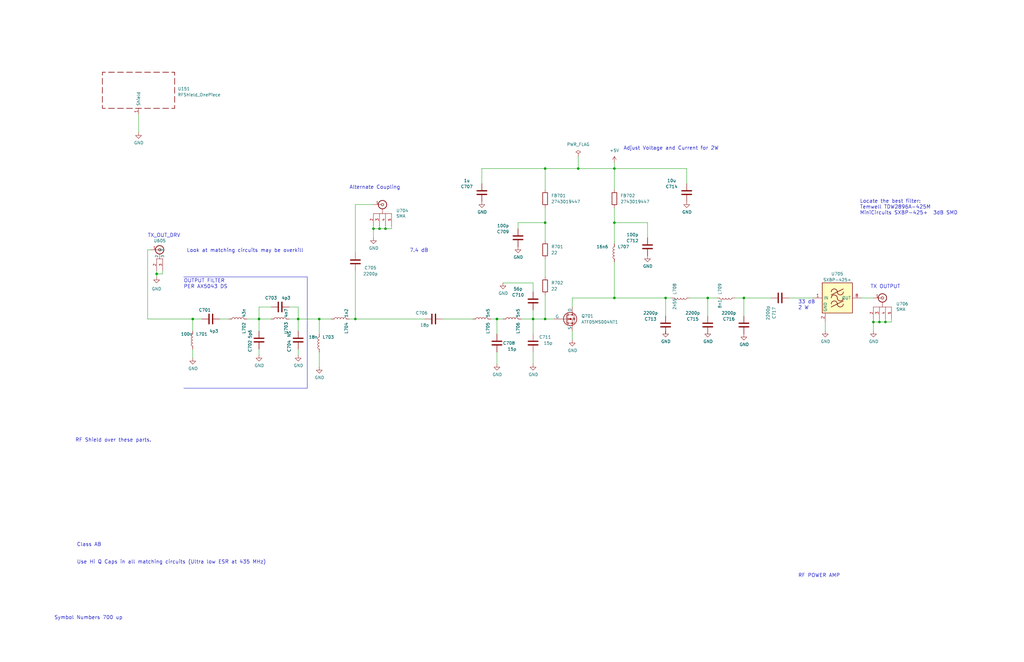
<source format=kicad_sch>
(kicad_sch (version 20230121) (generator eeschema)
  (paper "USLedger")
  (title_block (title "Radiation Tolerant PacSat Communication") (date "2023-06-17") (rev "A") (company "AMSAT-NA") (comment 1 "N5BRG"))
  (lib_symbols
    (symbol "Device:C" (pin_numbers hide) (pin_names (offset 0.254))
      (property "Reference" "C" (at 0.635 2.54 0))
      (property "Value" "C" (at 0.635 -2.54 0))
      (symbol "C_0_1"
        (polyline (pts (xy -2.032 -0.762) (xy 2.032 -0.762)) (stroke (width 0.508)))
        (polyline (pts (xy -2.032 0.762) (xy 2.032 0.762)) (stroke (width 0.508)))
      )
      (symbol "C_1_1"
        (pin passive line (at 0 3.81 270) (length 2.794) (name "~") (number "1"))
        (pin passive line (at 0 -3.81 90) (length 2.794) (name "~") (number "2"))
      )
    )
    (symbol "Device:L" (pin_numbers hide) (pin_names (offset 1.016) hide)
      (property "Reference" "L" (at -1.27 0 90))
      (property "Value" "L" (at 1.905 0 90))
      (symbol "L_0_1"
        (arc (start 0 -2.54) (mid 0.6323 -1.905) (end 0 -1.27))
        (arc (start 0 -1.27) (mid 0.6323 -0.635) (end 0 0))
        (arc (start 0 0) (mid 0.6323 0.635) (end 0 1.27))
        (arc (start 0 1.27) (mid 0.6323 1.905) (end 0 2.54))
      )
      (symbol "L_1_1"
        (pin passive line (at 0 3.81 270) (length 1.27) (name "1") (number "1"))
        (pin passive line (at 0 -3.81 90) (length 1.27) (name "2") (number "2"))
      )
    )
    (symbol "Device:R" (pin_numbers hide) (pin_names (offset 0))
      (property "Reference" "R" (at 2.032 0 90))
      (property "Value" "R" (at 0 0 90))
      (symbol "R_0_1"
        (rectangle (start -1.016 -2.54) (end 1.016 2.54) (stroke (width 0.254)))
      )
      (symbol "R_1_1"
        (pin passive line (at 0 3.81 270) (length 1.27) (name "~") (number "1"))
        (pin passive line (at 0 -3.81 90) (length 1.27) (name "~") (number "2"))
      )
    )
    (symbol "Device:RFShield_OnePiece" (pin_names (offset 1.016))
      (property "Reference" "J" (at 0 5.08 0))
      (property "Value" "RFShield_OnePiece" (at 0 2.54 0))
      (symbol "RFShield_OnePiece_0_1"
        (polyline (pts (xy -15.24 -5.08) (xy -15.24 -2.54)) (stroke (width 0.254)))
        (polyline (pts (xy -15.24 -1.27) (xy -15.24 1.27)) (stroke (width 0.254)))
        (polyline (pts (xy -15.24 2.54) (xy -15.24 5.08)) (stroke (width 0.254)))
        (polyline (pts (xy -12.7 7.62) (xy -10.16 7.62)) (stroke (width 0.254)))
        (polyline (pts (xy -10.16 -7.62) (xy -12.7 -7.62)) (stroke (width 0.254)))
        (polyline (pts (xy -6.35 -7.62) (xy -8.89 -7.62)) (stroke (width 0.254)))
        (polyline (pts (xy -6.35 7.62) (xy -8.89 7.62)) (stroke (width 0.254)))
        (polyline (pts (xy -2.54 -7.62) (xy -5.08 -7.62)) (stroke (width 0.254)))
        (polyline (pts (xy -2.54 7.62) (xy -5.08 7.62)) (stroke (width 0.254)))
        (polyline (pts (xy -1.27 -7.62) (xy 1.27 -7.62)) (stroke (width 0.254)))
        (polyline (pts (xy 1.27 7.62) (xy -1.27 7.62)) (stroke (width 0.254)))
        (polyline (pts (xy 2.54 -7.62) (xy 5.08 -7.62)) (stroke (width 0.254)))
        (polyline (pts (xy 5.08 7.62) (xy 2.54 7.62)) (stroke (width 0.254)))
        (polyline (pts (xy 6.35 -7.62) (xy 8.89 -7.62)) (stroke (width 0.254)))
        (polyline (pts (xy 8.89 7.62) (xy 6.35 7.62)) (stroke (width 0.254)))
        (polyline (pts (xy 10.16 -7.62) (xy 12.7 -7.62)) (stroke (width 0.254)))
        (polyline (pts (xy 12.7 7.62) (xy 10.16 7.62)) (stroke (width 0.254)))
        (polyline (pts (xy 15.24 -5.08) (xy 15.24 -2.54)) (stroke (width 0.254)))
        (polyline (pts (xy 15.24 -1.27) (xy 15.24 1.27)) (stroke (width 0.254)))
        (polyline (pts (xy 15.24 2.54) (xy 15.24 5.08)) (stroke (width 0.254)))
        (polyline (pts (xy -15.24 6.35) (xy -15.24 7.62) (xy -13.97 7.62)) (stroke (width 0.254)))
        (polyline (pts (xy -13.97 -7.62) (xy -15.24 -7.62) (xy -15.24 -6.35)) (stroke (width 0.254)))
        (polyline (pts (xy 13.97 -7.62) (xy 15.24 -7.62) (xy 15.24 -6.35)) (stroke (width 0.254)))
        (polyline (pts (xy 15.24 6.35) (xy 15.24 7.62) (xy 13.97 7.62)) (stroke (width 0.254)))
      )
      (symbol "RFShield_OnePiece_1_1"
        (pin passive line (at 0 -10.16 90) (length 2.54) (name "Shield") (number "1"))
      )
    )
    (symbol "NMOS_1" (pin_numbers hide) (pin_names (offset 0))
      (property "Reference" "Q" (at 5.08 1.27 0))
      (property "Value" "NMOS" (at 5.08 -1.27 0))
      (symbol "NMOS_1_0_1"
        (polyline (pts (xy 0.254 0) (xy -2.54 0)))
        (polyline (pts (xy 0.254 1.905) (xy 0.254 -1.905)) (stroke (width 0.254)))
        (polyline (pts (xy 0.762 -1.27) (xy 0.762 -2.286)) (stroke (width 0.254)))
        (polyline (pts (xy 0.762 0.508) (xy 0.762 -0.508)) (stroke (width 0.254)))
        (polyline (pts (xy 0.762 2.286) (xy 0.762 1.27)) (stroke (width 0.254)))
        (polyline (pts (xy 2.54 2.54) (xy 2.54 1.778)))
        (polyline (pts (xy 2.54 -2.54) (xy 2.54 0) (xy 0.762 0)))
        (polyline (pts (xy 0.762 -1.778) (xy 3.302 -1.778) (xy 3.302 1.778) (xy 0.762 1.778)))
        (polyline (pts (xy 1.016 0) (xy 2.032 0.381) (xy 2.032 -0.381) (xy 1.016 0)) (fill (type outline)))
        (polyline (pts (xy 2.794 0.508) (xy 2.921 0.381) (xy 3.683 0.381) (xy 3.81 0.254)))
        (polyline (pts (xy 3.302 0.381) (xy 2.921 -0.254) (xy 3.683 -0.254) (xy 3.302 0.381)))
        (circle (center 1.651 0) (radius 2.794) (stroke (width 0.254)))
        (circle (center 2.54 -1.778) (radius 0.254) (fill (type outline)))
        (circle (center 2.54 1.778) (radius 0.254) (fill (type outline)))
      )
      (symbol "NMOS_1_1_1"
        (pin passive line (at 2.54 5.08 270) (length 2.54) (name "D") (number "1"))
        (pin input line (at -5.08 0 0) (length 2.54) (name "G") (number "2"))
        (pin passive line (at 2.54 -5.08 90) (length 2.54) (name "S") (number "3"))
      )
    )
    (symbol "PACSAT_DEV_misc:SMA" (pin_names (offset 1.016) hide)
      (property "Reference" "U155" (at -5.7658 -2.5146 0))
      (property "Value" "SMA" (at -5.7658 -4.826 0))
      (symbol "SMA_0_1"
        (polyline (pts (xy -3.81 -3.81) (xy 3.81 -3.81)))
        (polyline (pts (xy 0 -3.81) (xy 0 -1.778)))
        (circle (center 0 0) (radius 0.508) (stroke (width 0.2032)))
        (circle (center 0 0) (radius 1.778) (stroke (width 0.3048)))
      )
      (symbol "SMA_1_1"
        (pin passive line (at -3.81 0 0) (length 3.302) (name "In") (number "1"))
        (pin passive line (at -3.81 -8.89 90) (length 5.08) (name "Body") (number "2"))
        (pin input line (at -1.27 -8.89 90) (length 5.08) (name "3") (number "3"))
        (pin passive line (at 1.27 -8.89 90) (length 5.08) (name "4") (number "4"))
        (pin passive line (at 3.81 -8.89 90) (length 5.08) (name "5") (number "5"))
      )
    )
    (symbol "PACSAT_DEV_misc:U_FL"
      (property "Reference" "U" (at -3.81 2.54 0))
      (symbol "U_FL_0_1"
        (polyline (pts (xy -1.27 -3.81) (xy 1.27 -3.81)))
        (polyline (pts (xy 0 -3.81) (xy 0 -1.778)))
        (circle (center 0 0) (radius 0.508) (stroke (width 0.2032)))
        (circle (center 0 0) (radius 1.778) (stroke (width 0.3048)))
      )
      (symbol "U_FL_1_1"
        (pin bidirectional line (at -3.81 0 0) (length 3.302) (name "In") (number "1"))
        (pin power_in line (at -1.27 -8.89 90) (length 5.08) (name "2") (number "2"))
        (pin power_in line (at 1.27 -8.89 90) (length 5.08) (name "3") (number "3"))
      )
    )
    (symbol "RF_Filter:SXBP-202"
      (property "Reference" "U" (at -6.35 7.62 0))
      (property "Value" "SXBP-202" (at 6.35 7.62 0))
      (symbol "SXBP-202_0_1"
        (rectangle (start -6.35 6.35) (end 6.35 -6.35) (stroke (width 0.254)) (fill (type background)))
        (arc (start 0 -2.54) (mid -1.27 -1.2755) (end -2.54 -2.54) (stroke (width 0.254)))
        (arc (start 0 -2.54) (mid 1.27 -3.8045) (end 2.54 -2.54) (stroke (width 0.254)))
        (arc (start 0 0) (mid -1.27 1.2645) (end -2.54 0) (stroke (width 0.254)))
        (polyline (pts (xy -2.54 -3.81) (xy 2.54 -1.27)) (stroke (width 0.254)))
        (polyline (pts (xy -2.54 1.27) (xy 2.54 3.81)) (stroke (width 0.254)))
        (arc (start 0 0) (mid 1.27 -1.2645) (end 2.54 0) (stroke (width 0.254)))
        (arc (start 0 2.54) (mid -1.27 3.8045) (end -2.54 2.54) (stroke (width 0.254)))
        (arc (start 0 2.54) (mid 1.27 1.2755) (end 2.54 2.54) (stroke (width 0.254)))
      )
      (symbol "SXBP-202_1_1"
        (pin input line (at -10.16 0 0) (length 3.81) (name "IN") (number "1"))
        (pin power_in line (at -5.08 -10.16 90) (length 3.81) (name "GND") (number "2"))
        (pin passive line (at -5.08 -10.16 90) (length 3.81) hide (name "GND") (number "3"))
        (pin passive line (at -5.08 -10.16 90) (length 3.81) hide (name "GND") (number "4"))
        (pin passive line (at -5.08 -10.16 90) (length 3.81) hide (name "GND") (number "5"))
        (pin passive line (at -5.08 -10.16 90) (length 3.81) hide (name "GND") (number "6"))
        (pin passive line (at -5.08 -10.16 90) (length 3.81) hide (name "GND") (number "7"))
        (pin output line (at 10.16 0 180) (length 3.81) (name "OUT") (number "8"))
      )
    )
    (symbol "power:+5V" (power) (pin_names (offset 0))
      (property "Value" "+5V" (at 0 3.556 0))
      (symbol "+5V_0_1"
        (polyline (pts (xy -0.762 1.27) (xy 0 2.54)))
        (polyline (pts (xy 0 0) (xy 0 2.54)))
        (polyline (pts (xy 0 2.54) (xy 0.762 1.27)))
      )
      (symbol "+5V_1_1"
        (pin power_in line (at 0 0 90) (length 0) hide (name "+5V") (number "1"))
      )
    )
    (symbol "power:GND" (power) (pin_names (offset 0))
      (property "Value" "GND" (at 0 -3.81 0))
      (symbol "GND_0_1"
        (polyline (pts (xy 0 0) (xy 0 -1.27) (xy 1.27 -1.27) (xy 0 -2.54) (xy -1.27 -1.27) (xy 0 -1.27)))
      )
      (symbol "GND_1_1"
        (pin power_in line (at 0 0 270) (length 0) hide (name "GND") (number "1"))
      )
    )
    (symbol "power:PWR_FLAG" (power) (pin_numbers hide) (pin_names (offset 0) hide)
      (property "Value" "PWR_FLAG" (at 0 3.81 0))
      (symbol "PWR_FLAG_0_0"
        (pin power_out line (at 0 0 90) (length 0) (name "pwr") (number "1"))
      )
      (symbol "PWR_FLAG_0_1"
        (polyline (pts (xy 0 0) (xy 0 1.27) (xy -1.016 1.905) (xy 0 2.54) (xy 1.016 1.905) (xy 0 1.27)))
      )
    )
  )
  (junction (at 162.56 96.52))
  (junction (at 259.08 125.73))
  (junction (at 209.55 134.62))
  (junction (at 280.67 125.73))
  (junction (at 109.22 134.62))
  (junction (at 160.02 96.52))
  (junction (at 157.48 96.52))
  (junction (at 125.73 134.62))
  (junction (at 298.45 125.73))
  (junction (at 370.84 135.89))
  (junction (at 229.87 71.12))
  (junction (at 259.08 71.12))
  (junction (at 229.87 93.98))
  (junction (at 134.62 134.62))
  (junction (at 373.38 135.89))
  (junction (at 229.87 134.62))
  (junction (at 149.86 134.62))
  (junction (at 224.79 134.62))
  (junction (at 243.84 71.12))
  (junction (at 259.08 93.98))
  (junction (at 368.3 135.89))
  (junction (at 313.69 125.73))
  (junction (at 81.28 134.62))
  (junction (at 66.04 115.57))
  (wire (pts (xy 68.58 114.3) (xy 68.58 115.57)))
  (wire (pts (xy 209.55 134.62) (xy 209.55 140.97)))
  (wire (pts (xy 157.48 95.25) (xy 157.48 96.52)))
  (wire (pts (xy 149.86 114.3) (xy 149.86 134.62)))
  (wire (pts (xy 224.79 134.62) (xy 229.87 134.62)))
  (wire (pts (xy 289.56 77.47) (xy 289.56 71.12)))
  (wire (pts (xy 186.69 134.62) (xy 199.39 134.62)))
  (wire (pts (xy 229.87 71.12) (xy 243.84 71.12)))
  (wire (pts (xy 243.84 66.04) (xy 243.84 71.12)))
  (wire (pts (xy 273.05 93.98) (xy 273.05 100.33)))
  (wire (pts (xy 243.84 71.12) (xy 259.08 71.12)))
  (wire (pts (xy 149.86 134.62) (xy 179.07 134.62)))
  (wire (pts (xy 375.92 135.89) (xy 375.92 134.62)))
  (wire (pts (xy 157.48 96.52) (xy 157.48 100.33)))
  (wire (pts (xy 66.04 115.57) (xy 68.58 115.57)))
  (wire (pts (xy 259.08 87.63) (xy 259.08 93.98)))
  (wire (pts (xy 229.87 124.46) (xy 229.87 134.62)))
  (wire (pts (xy 162.56 96.52) (xy 162.56 95.25)))
  (wire (pts (xy 290.83 125.73) (xy 298.45 125.73)))
  (wire (pts (xy 207.01 134.62) (xy 209.55 134.62)))
  (wire (pts (xy 280.67 133.35) (xy 280.67 125.73)))
  (wire (pts (xy 373.38 135.89) (xy 375.92 135.89)))
  (wire (pts (xy 134.62 148.59) (xy 134.62 154.94)))
  (wire (pts (xy 259.08 110.49) (xy 259.08 125.73)))
  (wire (pts (xy 66.04 115.57) (xy 66.04 116.84)))
  (wire (pts (xy 373.38 135.89) (xy 373.38 134.62)))
  (wire (pts (xy 370.84 135.89) (xy 373.38 135.89)))
  (wire (pts (xy 125.73 134.62) (xy 125.73 139.7)))
  (wire (pts (xy 309.88 125.73) (xy 313.69 125.73)))
  (wire (pts (xy 121.92 129.54) (xy 125.73 129.54)))
  (wire (pts (xy 368.3 135.89) (xy 370.84 135.89)))
  (wire (pts (xy 298.45 140.97) (xy 298.45 139.7)))
  (wire (pts (xy 370.84 135.89) (xy 370.84 134.62)))
  (wire (pts (xy 298.45 125.73) (xy 302.26 125.73)))
  (wire (pts (xy 229.87 93.98) (xy 229.87 101.6)))
  (polyline (pts (xy 129.54 116.84) (xy 129.54 163.83)))
  (wire (pts (xy 109.22 134.62) (xy 114.3 134.62)))
  (wire (pts (xy 368.3 135.89) (xy 368.3 139.7)))
  (wire (pts (xy 347.98 139.7) (xy 347.98 135.89)))
  (wire (pts (xy 203.2 71.12) (xy 229.87 71.12)))
  (wire (pts (xy 368.3 134.62) (xy 368.3 135.89)))
  (wire (pts (xy 313.69 125.73) (xy 325.12 125.73)))
  (wire (pts (xy 147.32 134.62) (xy 149.86 134.62)))
  (wire (pts (xy 313.69 125.73) (xy 313.69 133.35)))
  (wire (pts (xy 224.79 119.38) (xy 212.09 119.38)))
  (wire (pts (xy 229.87 87.63) (xy 229.87 93.98)))
  (wire (pts (xy 125.73 134.62) (xy 134.62 134.62)))
  (polyline (pts (xy 129.54 163.83) (xy 77.47 163.83)))
  (wire (pts (xy 259.08 71.12) (xy 259.08 68.58)))
  (wire (pts (xy 66.04 114.3) (xy 66.04 115.57)))
  (wire (pts (xy 160.02 96.52) (xy 160.02 95.25)))
  (wire (pts (xy 259.08 93.98) (xy 259.08 102.87)))
  (wire (pts (xy 259.08 71.12) (xy 259.08 80.01)))
  (wire (pts (xy 229.87 109.22) (xy 229.87 116.84)))
  (wire (pts (xy 259.08 125.73) (xy 280.67 125.73)))
  (wire (pts (xy 241.3 129.54) (xy 241.3 125.73)))
  (wire (pts (xy 160.02 96.52) (xy 162.56 96.52)))
  (wire (pts (xy 203.2 71.12) (xy 203.2 77.47)))
  (wire (pts (xy 104.14 134.62) (xy 109.22 134.62)))
  (wire (pts (xy 149.86 86.36) (xy 149.86 106.68)))
  (wire (pts (xy 224.79 123.19) (xy 224.79 119.38)))
  (wire (pts (xy 81.28 134.62) (xy 81.28 139.7)))
  (wire (pts (xy 229.87 134.62) (xy 233.68 134.62)))
  (wire (pts (xy 134.62 134.62) (xy 139.7 134.62)))
  (wire (pts (xy 241.3 125.73) (xy 259.08 125.73)))
  (wire (pts (xy 224.79 134.62) (xy 224.79 130.81)))
  (wire (pts (xy 81.28 147.32) (xy 81.28 151.13)))
  (wire (pts (xy 165.1 96.52) (xy 165.1 95.25)))
  (wire (pts (xy 92.71 134.62) (xy 96.52 134.62)))
  (wire (pts (xy 157.48 96.52) (xy 160.02 96.52)))
  (wire (pts (xy 134.62 134.62) (xy 134.62 140.97)))
  (wire (pts (xy 62.23 105.41) (xy 62.23 134.62)))
  (wire (pts (xy 241.3 139.7) (xy 241.3 143.51)))
  (wire (pts (xy 298.45 125.73) (xy 298.45 133.35)))
  (wire (pts (xy 109.22 147.32) (xy 109.22 149.86)))
  (wire (pts (xy 109.22 129.54) (xy 109.22 134.62)))
  (wire (pts (xy 109.22 134.62) (xy 109.22 139.7)))
  (wire (pts (xy 218.44 96.52) (xy 218.44 93.98)))
  (wire (pts (xy 224.79 148.59) (xy 224.79 153.67)))
  (wire (pts (xy 162.56 96.52) (xy 165.1 96.52)))
  (wire (pts (xy 63.5 105.41) (xy 62.23 105.41)))
  (wire (pts (xy 157.48 86.36) (xy 149.86 86.36)))
  (wire (pts (xy 280.67 140.97) (xy 280.67 139.7)))
  (wire (pts (xy 58.42 48.26) (xy 58.42 55.88)))
  (wire (pts (xy 332.74 125.73) (xy 342.9 125.73)))
  (wire (pts (xy 209.55 134.62) (xy 212.09 134.62)))
  (wire (pts (xy 109.22 129.54) (xy 114.3 129.54)))
  (wire (pts (xy 224.79 134.62) (xy 224.79 140.97)))
  (wire (pts (xy 219.71 134.62) (xy 224.79 134.62)))
  (wire (pts (xy 209.55 148.59) (xy 209.55 153.67)))
  (polyline (pts (xy 77.47 116.84) (xy 129.54 116.84)))
  (wire (pts (xy 280.67 125.73) (xy 283.21 125.73)))
  (wire (pts (xy 125.73 129.54) (xy 125.73 134.62)))
  (wire (pts (xy 259.08 93.98) (xy 273.05 93.98)))
  (wire (pts (xy 218.44 93.98) (xy 229.87 93.98)))
  (wire (pts (xy 363.22 125.73) (xy 368.3 125.73)))
  (wire (pts (xy 125.73 147.32) (xy 125.73 149.86)))
  (wire (pts (xy 62.23 134.62) (xy 81.28 134.62)))
  (wire (pts (xy 229.87 71.12) (xy 229.87 80.01)))
  (wire (pts (xy 121.92 134.62) (xy 125.73 134.62)))
  (wire (pts (xy 81.28 134.62) (xy 85.09 134.62)))
  (wire (pts (xy 289.56 71.12) (xy 259.08 71.12)))
  (text "Adjust Voltage and Current for 2W" (at 262.89 63.5 0) (effects (font (size 1.524 1.524)) (justify left bottom)))
  (text "Symbol Numbers 700 up" (at 22.86 261.62 0) (effects (font (size 1.524 1.524)) (justify left bottom)))
  (text "RF Shield over these parts." (at 31.75 186.69 0) (effects (font (size 1.524 1.524)) (justify left bottom)))
  (text "OUTPUT FILTER\nPER AX5043 DS" (at 77.47 121.92 0) (effects (font (size 1.524 1.524)) (justify left bottom)))
  (text "Look at matching circuits may be overkill" (at 78.74 106.68 0) (effects (font (size 1.524 1.524)) (justify left bottom)))
  (text "RF POWER AMP" (at 336.55 243.84 0) (effects (font (size 1.524 1.524)) (justify left bottom)))
  (text "Locate the best filter:\nTemwell TDW2896A-425M\nMiniCircuits SXBP-425+  3dB SMD" (at 362.585 90.805 0) (effects (font (size 1.524 1.524)) (justify left bottom)))
  (text "33 dB\n2 W" (at 336.55 130.81 0) (effects (font (size 1.524 1.524)) (justify left bottom)))
  (text "TX OUTPUT" (at 367.03 121.92 0) (effects (font (size 1.524 1.524)) (justify left bottom)))
  (text "7.4 dB" (at 172.72 106.68 0) (effects (font (size 1.524 1.524)) (justify left bottom)))
  (text "Alternate Coupling" (at 147.32 80.01 0) (effects (font (size 1.524 1.524)) (justify left bottom)))
  (text "\nClass AB \n\n\nUse Hi Q Caps in all matching circuits (Ultra low ESR at 435 MHz)" (at 32.385 238.125 0) (effects (font (size 1.524 1.524)) (justify left bottom)))
  (text "TX_OUT_DRV" (at 62.23 100.33 0) (effects (font (size 1.524 1.524)) (justify left bottom)))
  (symbol (lib_id "Device:C") (at 109.22 143.51 180) (unit 1)
    (property "Reference" "C702" (at 105.41 146.05 90))
    (property "Value" "5p6" (at 105.41 140.97 90))
    (property "Footprint" "Capacitor_SMD:C_0603_1608Metric_Pad1.08x0.95mm_HandSolder" (effects hide))
  )
  (symbol (lib_id "Device:C") (at 125.73 143.51 0) (unit 1)
    (property "Reference" "C704" (at 121.92 146.05 90))
    (property "Value" "NS" (at 121.92 140.97 90))
    (property "Footprint" "Capacitor_SMD:C_0603_1608Metric_Pad1.08x0.95mm_HandSolder" (effects hide))
  )
  (symbol (lib_id "Device:L") (at 100.33 134.62 90) (unit 1)
    (property "Reference" "L702" (at 102.87 138.43 0))
    (property "Value" "43n" (at 102.87 132.08 0))
    (property "Footprint" "PacSatDev_misc:L_Murata_LQH2MCNxxxx02_2.0x1.6mm" (effects hide))
  )
  (symbol (lib_id "Device:C") (at 88.9 134.62 90) (unit 1)
    (property "Reference" "C701" (at 86.36 130.81 90))
    (property "Value" "4p3" (at 90.17 139.7 90))
    (property "Footprint" "Capacitor_SMD:C_0603_1608Metric_Pad1.08x0.95mm_HandSolder" (effects hide))
  )
  (symbol (lib_id "Device:L") (at 118.11 134.62 90) (unit 1)
    (property "Reference" "U703" (at 120.65 138.43 0))
    (property "Value" "4n7" (at 120.65 132.08 0))
    (property "Footprint" "PacSatDev_misc:L_Murata_LQH2MCNxxxx02_2.0x1.6mm" (effects hide))
  )
  (symbol (lib_id "power:GND") (at 109.22 149.86 0) (unit 1)
    (property "Reference" "#PWR0704" (effects hide))
    (property "Value" "GND" (at 109.347 154.2542 0))
  )
  (symbol (lib_id "power:GND") (at 125.73 149.86 0) (unit 1)
    (property "Reference" "#PWR0705" (effects hide))
    (property "Value" "GND" (at 125.857 154.2542 0))
  )
  (symbol (lib_id "Device:L") (at 81.28 143.51 180) (unit 1)
    (property "Reference" "L701" (at 85.09 140.97 0))
    (property "Value" "100n" (at 78.74 140.97 0))
    (property "Footprint" "PacSatDev_murata:L_0603" (effects hide))
  )
  (symbol (lib_id "power:GND") (at 81.28 151.13 0) (unit 1)
    (property "Reference" "#PWR0703" (effects hide))
    (property "Value" "GND" (at 81.407 155.5242 0))
  )
  (symbol (lib_id "Device:C") (at 118.11 129.54 90) (unit 1)
    (property "Reference" "C703" (at 114.3 125.73 90))
    (property "Value" "4p3" (at 120.65 125.73 90))
    (property "Footprint" "Capacitor_SMD:C_0603_1608Metric_Pad1.08x0.95mm_HandSolder" (effects hide))
  )
  (symbol (lib_id "Device:C") (at 203.2 81.28 0) (unit 1)
    (property "Reference" "C707" (at 196.85 78.74 0))
    (property "Value" "1u" (at 196.85 76.2 0))
    (property "Footprint" "Capacitor_SMD:C_0603_1608Metric_Pad1.08x0.95mm_HandSolder" (effects hide))
  )
  (symbol (lib_id "power:GND") (at 313.69 140.97 0) (unit 1)
    (property "Reference" "#PWR0720" (effects hide))
    (property "Value" "GND" (at 313.817 145.3642 0))
  )
  (symbol (lib_id "Device:L") (at 287.02 125.73 270) (unit 1)
    (property "Reference" "L708" (at 284.48 121.92 0))
    (property "Value" "2n55" (at 284.48 128.27 0))
    (property "Footprint" "PacSatDev_misc:L_Murata_LQH2MCNxxxx02_2.0x1.6mm" (effects hide))
  )
  (symbol (lib_id "Device:L") (at 215.9 134.62 90) (unit 1)
    (property "Reference" "L706" (at 218.44 138.43 0))
    (property "Value" "5n5" (at 218.44 132.08 0))
    (property "Footprint" "PacSatDev_misc:L_Murata_LQH2MCNxxxx02_2.0x1.6mm" (effects hide))
  )
  (symbol (lib_id "Device:C") (at 280.67 137.16 0) (unit 1)
    (property "Reference" "C713" (at 274.32 134.62 0))
    (property "Value" "2200p" (at 274.32 132.08 0))
    (property "Footprint" "Capacitor_SMD:C_0603_1608Metric_Pad1.08x0.95mm_HandSolder" (effects hide))
  )
  (symbol (lib_id "power:GND") (at 66.04 116.84 0) (unit 1)
    (property "Reference" "#PWR0614" (effects hide))
    (property "Value" "GND" (at 66.04 121.92 0))
    (instances (project "PacSat_Dev_RevC_230824" (path "" (reference "#PWR0614") (unit 1)) (path "" (reference "#PWR0702") (unit 1))))
  )
  (symbol (lib_id "power:GND") (at 273.05 107.95 0) (unit 1)
    (property "Reference" "#PWR0716" (effects hide))
    (property "Value" "GND" (at 273.177 112.3442 0))
  )
  (symbol (lib_id "Device:R") (at 259.08 83.82 0) (unit 1)
    (property "Reference" "FB702" (at 261.62 82.55 0) (effects (justify left)))
    (property "Value" "2743019447" (at 261.62 85.09 0) (effects (justify left)))
    (property "Footprint" "Resistor_SMD:R_0603_1608Metric_Pad0.98x0.95mm_HandSolder" (effects hide))
  )
  (symbol (lib_id "Device:C") (at 289.56 81.28 0) (unit 1)
    (property "Reference" "C714" (at 283.21 78.74 0))
    (property "Value" "10u" (at 283.21 76.2 0))
    (property "Footprint" "Capacitor_SMD:C_0603_1608Metric_Pad1.08x0.95mm_HandSolder" (effects hide))
  )
  (symbol (lib_id "power:GND") (at 212.09 119.38 0) (unit 1)
    (property "Reference" "#PWR0710" (effects hide))
    (property "Value" "GND" (at 212.217 123.7742 0))
  )
  (symbol (lib_id "power:GND") (at 218.44 104.14 0) (unit 1)
    (property "Reference" "#PWR0711" (effects hide))
    (property "Value" "GND" (at 218.567 108.5342 0))
  )
  (symbol (lib_name "NMOS_1") (lib_id "Simulation_SPICE:NMOS") (at 238.76 134.62 0) (unit 1)
    (property "Reference" "Q701" (at 245.11 133.35 0) (effects (justify left)))
    (property "Value" "ATF05MS004NT1" (at 245.11 135.89 0) (effects (justify left)))
    (property "Footprint" "Package_TO_SOT_SMD:SOT-89-3" (effects hide))
    (property "Datasheet" "https://ngspice.sourceforge.io/docs/ngspice-manual.pdf" (effects hide))
    (property "Sim.Device" "NMOS" (effects hide))
    (property "Sim.Type" "VDMOS" (effects hide))
    (property "Sim.Pins" "1=D 2=G 3=S" (effects hide))
  )
  (symbol (lib_id "Device:C") (at 182.88 134.62 270) (unit 1)
    (property "Reference" "C706" (at 177.8 132.08 90))
    (property "Value" "18p" (at 179.07 137.16 90))
    (property "Footprint" "Capacitor_SMD:C_0603_1608Metric_Pad1.08x0.95mm_HandSolder" (effects hide))
  )
  (symbol (lib_id "power:GND") (at 224.79 153.67 0) (unit 1)
    (property "Reference" "#PWR0712" (effects hide))
    (property "Value" "GND" (at 224.917 158.0642 0))
  )
  (symbol (lib_id "power:GND") (at 368.3 139.7 0) (unit 1)
    (property "Reference" "#PWR0722" (effects hide))
    (property "Value" "GND" (at 368.427 144.0942 0))
  )
  (symbol (lib_id "Device:L") (at 143.51 134.62 90) (unit 1)
    (property "Reference" "L704" (at 146.05 138.43 0))
    (property "Value" "1n2" (at 146.05 132.08 0))
    (property "Footprint" "PacSatDev_misc:L_Murata_LQH2MCNxxxx02_2.0x1.6mm" (effects hide))
  )
  (symbol (lib_id "Device:RFShield_OnePiece") (at 58.42 38.1 0) (unit 1)
    (property "Reference" "U151" (at 74.93 37.465 0) (effects (justify left)))
    (property "Value" "RFShield_OnePiece" (at 74.93 40.005 0) (effects (justify left)))
    (property "Footprint" "PacSatDev_misc:RF_SHIELD_PAD" (effects hide))
    (instances (project "PacSat_Dev_RevC_230824" (path "" (reference "U151") (unit 1)) (path "" (reference "U701") (unit 1))))
  )
  (symbol (lib_id "Device:L") (at 259.08 106.68 180) (unit 1)
    (property "Reference" "L707" (at 262.89 104.14 0))
    (property "Value" "16n6" (at 254 104.14 0))
    (property "Footprint" "PacSatDev_misc:L_Murata_LQH2MCNxxxx02_2.0x1.6mm" (effects hide))
  )
  (symbol (lib_id "Device:L") (at 134.62 144.78 180) (unit 1)
    (property "Reference" "L703" (at 138.43 142.24 0))
    (property "Value" "18n" (at 132.08 142.24 0))
    (property "Footprint" "PacSatDev_murata:L_0603" (effects hide))
  )
  (symbol (lib_id "PACSAT_DEV_misc:SMA") (at 161.29 86.36 0) (unit 1)
    (property "Reference" "U704" (at 167.0558 88.8746 0) (effects (justify left)))
    (property "Value" "SMA" (at 167.0558 91.186 0) (effects (justify left)))
    (property "Footprint" "PacSatDev_misc:MMCX" (effects hide))
  )
  (symbol (lib_id "RF_Filter:SXBP-202") (at 353.06 125.73 0) (unit 1)
    (property "Reference" "U705" (at 353.06 115.57 0))
    (property "Value" "SXBP-425+" (at 353.06 118.11 0))
    (property "Footprint" "RF_Mini-Circuits:Mini-Circuits_HF1139_LandPatternPL-230" (effects hide))
    (property "Datasheet" "https://www.minicircuits.com/pdfs/SXBP-202+.pdf" (effects hide))
  )
  (symbol (lib_id "Device:C") (at 218.44 100.33 0) (unit 1)
    (property "Reference" "C709" (at 212.09 97.79 0))
    (property "Value" "100p" (at 212.09 95.25 0))
    (property "Footprint" "Capacitor_SMD:C_0603_1608Metric_Pad1.08x0.95mm_HandSolder" (effects hide))
  )
  (symbol (lib_id "power:GND") (at 347.98 139.7 0) (unit 1)
    (property "Reference" "#PWR0721" (effects hide))
    (property "Value" "GND" (at 348.107 144.0942 0))
  )
  (symbol (lib_id "power:GND") (at 298.45 139.7 0) (unit 1)
    (property "Reference" "#PWR0719" (effects hide))
    (property "Value" "GND" (at 298.577 144.0942 0))
  )
  (symbol (lib_id "Device:C") (at 224.79 127 0) (unit 1)
    (property "Reference" "C710" (at 218.44 124.46 0))
    (property "Value" "56p" (at 218.44 121.92 0))
    (property "Footprint" "Capacitor_SMD:C_0603_1608Metric_Pad1.08x0.95mm_HandSolder" (effects hide))
  )
  (symbol (lib_id "PACSAT_DEV_misc:U_FL") (at 67.31 105.41 0) (unit 1)
    (property "Reference" "U605" (at 64.77 101.6 0) (effects (justify left)))
    (property "Value" "~" (at 67.31 105.41 0))
    (property "Footprint" "PacSatDev_misc:U_FL" (effects hide))
    (instances (project "PacSat_Dev_RevC_230824" (path "" (reference "U605") (unit 1)) (path "" (reference "U702") (unit 1))))
  )
  (symbol (lib_id "Device:R") (at 229.87 105.41 0) (unit 1)
    (property "Reference" "R701" (at 232.41 104.14 0) (effects (justify left)))
    (property "Value" "22" (at 232.41 106.68 0) (effects (justify left)))
    (property "Footprint" "Resistor_SMD:R_0603_1608Metric_Pad0.98x0.95mm_HandSolder" (effects hide))
  )
  (symbol (lib_id "Device:C") (at 149.86 110.49 180) (unit 1)
    (property "Reference" "C705" (at 156.21 113.03 0))
    (property "Value" "2200p" (at 156.21 115.57 0))
    (property "Footprint" "Capacitor_SMD:C_0603_1608Metric_Pad1.08x0.95mm_HandSolder" (effects hide))
  )
  (symbol (lib_id "Device:C") (at 209.55 144.78 0) (unit 1)
    (property "Reference" "C708" (at 214.63 144.78 0))
    (property "Value" "15p" (at 215.9 147.32 0))
    (property "Footprint" "Capacitor_SMD:C_0603_1608Metric_Pad1.08x0.95mm_HandSolder" (effects hide))
  )
  (symbol (lib_id "power:GND") (at 58.42 55.88 0) (unit 1)
    (property "Reference" "#PWR0161" (effects hide))
    (property "Value" "GND" (at 58.547 60.2742 0))
    (instances (project "PacSat_Dev_RevC_230824" (path "" (reference "#PWR0161") (unit 1)) (path "" (reference "#PWR0701") (unit 1))))
  )
  (symbol (lib_id "power:GND") (at 280.67 139.7 0) (unit 1)
    (property "Reference" "#PWR0717" (effects hide))
    (property "Value" "GND" (at 280.797 144.0942 0))
  )
  (symbol (lib_id "Device:R") (at 229.87 83.82 0) (unit 1)
    (property "Reference" "FB701" (at 232.41 82.55 0) (effects (justify left)))
    (property "Value" "2743019447" (at 232.41 85.09 0) (effects (justify left)))
    (property "Footprint" "Resistor_SMD:R_0603_1608Metric_Pad0.98x0.95mm_HandSolder" (effects hide))
  )
  (symbol (lib_id "Device:R") (at 229.87 120.65 0) (unit 1)
    (property "Reference" "R702" (at 232.41 119.38 0) (effects (justify left)))
    (property "Value" "22" (at 232.41 121.92 0) (effects (justify left)))
    (property "Footprint" "Resistor_SMD:R_0603_1608Metric_Pad0.98x0.95mm_HandSolder" (effects hide))
  )
  (symbol (lib_id "power:GND") (at 203.2 85.09 0) (unit 1)
    (property "Reference" "#PWR0708" (effects hide))
    (property "Value" "GND" (at 203.327 89.4842 0))
  )
  (symbol (lib_id "Device:C") (at 224.79 144.78 0) (unit 1)
    (property "Reference" "C711" (at 229.87 142.24 0))
    (property "Value" "15p" (at 231.14 144.78 0))
    (property "Footprint" "Capacitor_SMD:C_0603_1608Metric_Pad1.08x0.95mm_HandSolder" (effects hide))
  )
  (symbol (lib_id "Device:C") (at 298.45 137.16 0) (unit 1)
    (property "Reference" "C715" (at 292.1 134.62 0))
    (property "Value" "2200p" (at 292.1 132.08 0))
    (property "Footprint" "Capacitor_SMD:C_0603_1608Metric_Pad1.08x0.95mm_HandSolder" (effects hide))
  )
  (symbol (lib_id "power:GND") (at 157.48 100.33 0) (unit 1)
    (property "Reference" "#PWR0707" (effects hide))
    (property "Value" "GND" (at 157.607 104.7242 0))
  )
  (symbol (lib_id "power:PWR_FLAG") (at 243.84 66.04 0) (unit 1)
    (property "Reference" "#FLG0701" (effects hide))
    (property "Value" "PWR_FLAG" (at 243.84 60.96 0))
  )
  (symbol (lib_id "power:GND") (at 241.3 143.51 0) (unit 1)
    (property "Reference" "#PWR0714" (effects hide))
    (property "Value" "GND" (at 241.427 147.9042 0))
  )
  (symbol (lib_id "power:GND") (at 289.56 85.09 0) (unit 1)
    (property "Reference" "#PWR0718" (effects hide))
    (property "Value" "GND" (at 289.687 89.4842 0))
  )
  (symbol (lib_id "Device:L") (at 306.07 125.73 270) (unit 1)
    (property "Reference" "L709" (at 303.53 121.92 0))
    (property "Value" "8n1" (at 303.53 128.27 0))
    (property "Footprint" "PacSatDev_misc:L_Murata_LQH2MCNxxxx02_2.0x1.6mm" (effects hide))
  )
  (symbol (lib_id "Device:L") (at 203.2 134.62 90) (unit 1)
    (property "Reference" "L705" (at 205.74 138.43 0))
    (property "Value" "5n5" (at 205.74 132.08 0))
    (property "Footprint" "PacSatDev_misc:L_Murata_LQH2MCNxxxx02_2.0x1.6mm" (effects hide))
  )
  (symbol (lib_id "power:GND") (at 134.62 154.94 0) (unit 1)
    (property "Reference" "#PWR0706" (effects hide))
    (property "Value" "GND" (at 134.747 159.3342 0))
  )
  (symbol (lib_id "Device:C") (at 328.93 125.73 90) (unit 1)
    (property "Reference" "C717" (at 326.39 132.08 0))
    (property "Value" "2200p" (at 323.85 132.08 0))
    (property "Footprint" "Capacitor_SMD:C_0603_1608Metric_Pad1.08x0.95mm_HandSolder" (effects hide))
  )
  (symbol (lib_id "power:GND") (at 209.55 153.67 0) (unit 1)
    (property "Reference" "#PWR0709" (effects hide))
    (property "Value" "GND" (at 209.677 158.0642 0))
  )
  (symbol (lib_id "power:+5V") (at 259.08 68.58 0) (unit 1)
    (property "Reference" "#PWR0715" (effects hide))
    (property "Value" "+5V" (at 259.08 63.5 0))
  )
  (symbol (lib_id "PACSAT_DEV_misc:SMA") (at 372.11 125.73 0) (unit 1)
    (property "Reference" "U706" (at 377.8758 128.2446 0) (effects (justify left)))
    (property "Value" "SMA" (at 377.8758 130.556 0) (effects (justify left)))
    (property "Footprint" "PacSatDev_misc:MMCX" (effects hide))
  )
  (symbol (lib_id "Device:C") (at 313.69 137.16 0) (unit 1)
    (property "Reference" "C716" (at 307.34 134.62 0))
    (property "Value" "2200p" (at 307.34 132.08 0))
    (property "Footprint" "Capacitor_SMD:C_0603_1608Metric_Pad1.08x0.95mm_HandSolder" (effects hide))
  )
  (symbol (lib_id "Device:C") (at 273.05 104.14 0) (unit 1)
    (property "Reference" "C712" (at 266.7 101.6 0))
    (property "Value" "100p" (at 266.7 99.06 0))
    (property "Footprint" "Capacitor_SMD:C_0603_1608Metric_Pad1.08x0.95mm_HandSolder" (effects hide))
  )
)
</source>
